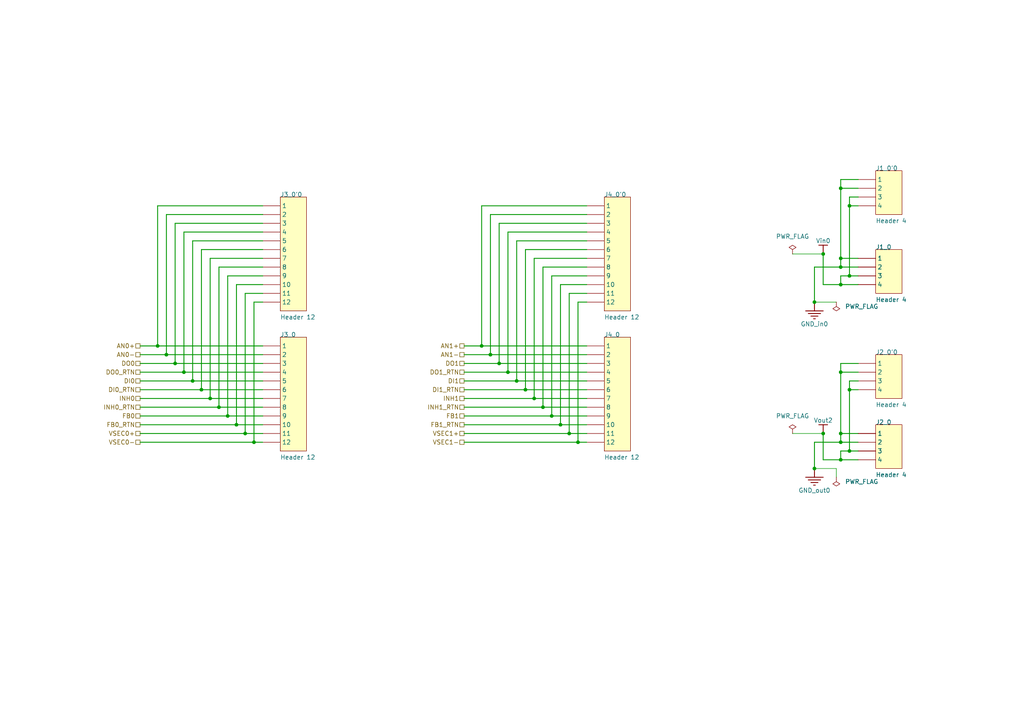
<source format=kicad_sch>
(kicad_sch (version 20211123) (generator eeschema)
  (paper "A4")
  (title_block (title "CAT-Modular Breadboard Breakout Board") (date "16.12.2021") (rev "0.1") (company "DLR e.V. Robert-Hooke Str. 7 28359 Bremen") (comment 1 "C. Strowik"))
  (lib_symbols
    (symbol "03_CAT-BB-PWR-altium-import:0_Header 12"
      (property "Value" "0_Header 12" (at 0 0 0))
      (symbol "0_Header 12_1_0"
        (rectangle (start 7.62 0) (end 0 -33.02) (fill (type background)))
        (pin passive line (at -5.08 -2.54 0) (length 5.08) (name "1") (number "1"))
        (pin passive line (at -5.08 -25.4 0) (length 5.08) (name "10") (number "10"))
        (pin passive line (at -5.08 -27.94 0) (length 5.08) (name "11") (number "11"))
        (pin passive line (at -5.08 -30.48 0) (length 5.08) (name "12") (number "12"))
        (pin passive line (at -5.08 -5.08 0) (length 5.08) (name "2") (number "2"))
        (pin passive line (at -5.08 -7.62 0) (length 5.08) (name "3") (number "3"))
        (pin passive line (at -5.08 -10.16 0) (length 5.08) (name "4") (number "4"))
        (pin passive line (at -5.08 -12.7 0) (length 5.08) (name "5") (number "5"))
        (pin passive line (at -5.08 -15.24 0) (length 5.08) (name "6") (number "6"))
        (pin passive line (at -5.08 -17.78 0) (length 5.08) (name "7") (number "7"))
        (pin passive line (at -5.08 -20.32 0) (length 5.08) (name "8") (number "8"))
        (pin passive line (at -5.08 -22.86 0) (length 5.08) (name "9") (number "9"))
      )
    )
    (symbol "03_CAT-BB-PWR-altium-import:0_Header 4"
      (property "Value" "0_Header 4" (at 0 0 0))
      (symbol "0_Header 4_1_0"
        (rectangle (start 7.62 0) (end 0 -12.7) (fill (type background)))
        (pin passive line (at -5.08 -2.54 0) (length 5.08) (name "1") (number "1"))
        (pin passive line (at -5.08 -5.08 0) (length 5.08) (name "2") (number "2"))
        (pin passive line (at -5.08 -7.62 0) (length 5.08) (name "3") (number "3"))
        (pin passive line (at -5.08 -10.16 0) (length 5.08) (name "4") (number "4"))
      )
    )
    (symbol "03_CAT-BB-PWR-altium-import:GND_in0" (power)
      (property "Reference" "#PWR" (at 0 0 0))
      (property "Value" "GND_in0" (at 0 6.35 0))
      (symbol "GND_in0_0_0"
        (polyline (pts (xy -2.54 -2.54) (xy 2.54 -2.54)) (stroke (width 0.254)))
        (polyline (pts (xy -1.778 -3.302) (xy 1.778 -3.302)) (stroke (width 0.254)))
        (polyline (pts (xy -1.016 -4.064) (xy 1.016 -4.064)) (stroke (width 0.254)))
        (polyline (pts (xy -0.254 -4.826) (xy 0.254 -4.826)) (stroke (width 0.254)))
        (polyline (pts (xy 0 0) (xy 0 -2.54)) (stroke (width 0.254)))
        (pin power_in line (at 0 0 0) (length 0) hide (name "GND_in0") (number ""))
      )
    )
    (symbol "03_CAT-BB-PWR-altium-import:GND_out0" (power)
      (property "Reference" "#PWR" (at 0 0 0))
      (property "Value" "GND_out0" (at 0 6.35 0))
      (symbol "GND_out0_0_0"
        (polyline (pts (xy -2.54 -2.54) (xy 2.54 -2.54)) (stroke (width 0.254)))
        (polyline (pts (xy -1.778 -3.302) (xy 1.778 -3.302)) (stroke (width 0.254)))
        (polyline (pts (xy -1.016 -4.064) (xy 1.016 -4.064)) (stroke (width 0.254)))
        (polyline (pts (xy -0.254 -4.826) (xy 0.254 -4.826)) (stroke (width 0.254)))
        (polyline (pts (xy 0 0) (xy 0 -2.54)) (stroke (width 0.254)))
        (pin power_in line (at 0 0 0) (length 0) hide (name "GND_out0") (number ""))
      )
    )
    (symbol "03_CAT-BB-PWR-altium-import:Vin0" (power)
      (property "Reference" "#PWR" (at 0 0 0))
      (property "Value" "Vin0" (at 0 3.81 0))
      (symbol "Vin0_0_0"
        (polyline (pts (xy -1.27 -2.54) (xy 1.27 -2.54)) (stroke (width 0.254)))
        (polyline (pts (xy 0 0) (xy 0 -2.54)) (stroke (width 0.254)))
        (pin power_in line (at 0 0 0) (length 0) hide (name "Vin0") (number ""))
      )
    )
    (symbol "03_CAT-BB-PWR-altium-import:Vout2" (power)
      (property "Reference" "#PWR" (at 0 0 0))
      (property "Value" "Vout2" (at 0 3.81 0))
      (symbol "Vout2_0_0"
        (polyline (pts (xy -1.27 -2.54) (xy 1.27 -2.54)) (stroke (width 0.254)))
        (polyline (pts (xy 0 0) (xy 0 -2.54)) (stroke (width 0.254)))
        (pin power_in line (at 0 0 0) (length 0) hide (name "Vout2") (number ""))
      )
    )
    (symbol "power:PWR_FLAG" (power) (pin_numbers hide) (pin_names (offset 0) hide)
      (property "Value" "PWR_FLAG" (at 0 3.81 0))
      (symbol "PWR_FLAG_0_0"
        (pin power_out line (at 0 0 90) (length 0) (name "pwr") (number "1"))
      )
      (symbol "PWR_FLAG_0_1"
        (polyline (pts (xy 0 0) (xy 0 1.27) (xy -1.016 1.905) (xy 0 2.54) (xy 1.016 1.905) (xy 0 1.27)))
      )
    )
  )
  (junction (at 60.96 115.57))
  (junction (at 238.76 73.66))
  (junction (at 246.38 59.69))
  (junction (at 157.48 118.11))
  (junction (at 149.86 110.49))
  (junction (at 58.42 113.03))
  (junction (at 165.1 125.73))
  (junction (at 63.5 118.11))
  (junction (at 236.22 87.63))
  (junction (at 48.26 102.87))
  (junction (at 66.04 120.65))
  (junction (at 152.4 113.03))
  (junction (at 243.84 54.61))
  (junction (at 243.84 82.55))
  (junction (at 147.32 107.95))
  (junction (at 243.84 77.47))
  (junction (at 71.12 125.73))
  (junction (at 246.38 130.81))
  (junction (at 236.22 135.89))
  (junction (at 243.84 125.73))
  (junction (at 243.84 107.95))
  (junction (at 45.72 100.33))
  (junction (at 144.78 105.41))
  (junction (at 154.94 115.57))
  (junction (at 167.64 128.27))
  (junction (at 238.76 125.73))
  (junction (at 160.02 120.65))
  (junction (at 243.84 128.27))
  (junction (at 243.84 133.35))
  (junction (at 68.58 123.19))
  (junction (at 243.84 74.93))
  (junction (at 139.7 100.33))
  (junction (at 53.34 107.95))
  (junction (at 73.66 128.27))
  (junction (at 246.38 80.01))
  (junction (at 162.56 123.19))
  (junction (at 50.8 105.41))
  (junction (at 142.24 102.87))
  (junction (at 55.88 110.49))
  (junction (at 246.38 113.03))
  (wire (pts (xy 73.66 87.63) (xy 73.66 128.27)) (stroke (width 0.254)))
  (wire (pts (xy 170.18 82.55) (xy 162.56 82.55)) (stroke (width 0.254)))
  (wire (pts (xy 170.18 74.93) (xy 154.94 74.93)) (stroke (width 0.254)))
  (wire (pts (xy 246.38 57.15) (xy 246.38 59.69)) (stroke (width 0.254)))
  (wire (pts (xy 162.56 82.55) (xy 162.56 123.19)) (stroke (width 0.254)))
  (wire (pts (xy 53.34 107.95) (xy 40.64 107.95)) (stroke (width 0.254)))
  (wire (pts (xy 246.38 59.69) (xy 246.38 80.01)) (stroke (width 0.254)))
  (wire (pts (xy 170.18 62.23) (xy 142.24 62.23)) (stroke (width 0.254)))
  (wire (pts (xy 76.2 85.09) (xy 71.12 85.09)) (stroke (width 0.254)))
  (wire (pts (xy 248.92 57.15) (xy 246.38 57.15)) (stroke (width 0.254)))
  (wire (pts (xy 246.38 130.81) (xy 243.84 130.81)) (stroke (width 0.254)))
  (wire (pts (xy 160.02 80.01) (xy 160.02 120.65)) (stroke (width 0.254)))
  (wire (pts (xy 170.18 105.41) (xy 144.78 105.41)) (stroke (width 0.254)))
  (wire (pts (xy 246.38 110.49) (xy 246.38 113.03)) (stroke (width 0.254)))
  (wire (pts (xy 170.18 118.11) (xy 157.48 118.11)) (stroke (width 0.254)))
  (wire (pts (xy 248.92 128.27) (xy 243.84 128.27)) (stroke (width 0.254)))
  (wire (pts (xy 160.02 120.65) (xy 134.62 120.65)) (stroke (width 0.254)))
  (wire (pts (xy 154.94 74.93) (xy 154.94 115.57)) (stroke (width 0.254)))
  (wire (pts (xy 76.2 120.65) (xy 66.04 120.65)) (stroke (width 0.254)))
  (wire (pts (xy 248.92 82.55) (xy 243.84 82.55)) (stroke (width 0.254)))
  (wire (pts (xy 45.72 100.33) (xy 40.64 100.33)) (stroke (width 0.254)))
  (wire (pts (xy 48.26 62.23) (xy 48.26 102.87)) (stroke (width 0.254)))
  (wire (pts (xy 76.2 102.87) (xy 48.26 102.87)) (stroke (width 0.254)))
  (wire (pts (xy 236.22 135.89) (xy 242.57 135.89)))
  (wire (pts (xy 170.18 64.77) (xy 144.78 64.77)) (stroke (width 0.254)))
  (wire (pts (xy 170.18 115.57) (xy 154.94 115.57)) (stroke (width 0.254)))
  (wire (pts (xy 76.2 64.77) (xy 50.8 64.77)) (stroke (width 0.254)))
  (wire (pts (xy 242.57 135.89) (xy 242.57 138.43)))
  (wire (pts (xy 76.2 69.85) (xy 55.88 69.85)) (stroke (width 0.254)))
  (wire (pts (xy 165.1 125.73) (xy 134.62 125.73)) (stroke (width 0.254)))
  (wire (pts (xy 50.8 64.77) (xy 50.8 105.41)) (stroke (width 0.254)))
  (wire (pts (xy 76.2 82.55) (xy 68.58 82.55)) (stroke (width 0.254)))
  (wire (pts (xy 170.18 120.65) (xy 160.02 120.65)) (stroke (width 0.254)))
  (wire (pts (xy 248.92 74.93) (xy 243.84 74.93)) (stroke (width 0.254)))
  (wire (pts (xy 142.24 62.23) (xy 142.24 102.87)) (stroke (width 0.254)))
  (wire (pts (xy 154.94 115.57) (xy 134.62 115.57)) (stroke (width 0.254)))
  (wire (pts (xy 248.92 107.95) (xy 243.84 107.95)) (stroke (width 0.254)))
  (wire (pts (xy 66.04 120.65) (xy 40.64 120.65)) (stroke (width 0.254)))
  (wire (pts (xy 236.22 77.47) (xy 236.22 87.63)) (stroke (width 0.254)))
  (wire (pts (xy 243.84 80.01) (xy 243.84 82.55)) (stroke (width 0.254)))
  (wire (pts (xy 170.18 123.19) (xy 162.56 123.19)) (stroke (width 0.254)))
  (wire (pts (xy 170.18 85.09) (xy 165.1 85.09)) (stroke (width 0.254)))
  (wire (pts (xy 149.86 110.49) (xy 134.62 110.49)) (stroke (width 0.254)))
  (wire (pts (xy 152.4 72.39) (xy 152.4 113.03)) (stroke (width 0.254)))
  (wire (pts (xy 243.84 82.55) (xy 238.76 82.55)) (stroke (width 0.254)))
  (wire (pts (xy 76.2 113.03) (xy 58.42 113.03)) (stroke (width 0.254)))
  (wire (pts (xy 60.96 74.93) (xy 60.96 115.57)) (stroke (width 0.254)))
  (wire (pts (xy 248.92 77.47) (xy 243.84 77.47)) (stroke (width 0.254)))
  (wire (pts (xy 229.87 125.73) (xy 238.76 125.73)))
  (wire (pts (xy 139.7 59.69) (xy 139.7 100.33)) (stroke (width 0.254)))
  (wire (pts (xy 170.18 113.03) (xy 152.4 113.03)) (stroke (width 0.254)))
  (wire (pts (xy 243.84 105.41) (xy 243.84 107.95)) (stroke (width 0.254)))
  (wire (pts (xy 76.2 87.63) (xy 73.66 87.63)) (stroke (width 0.254)))
  (wire (pts (xy 243.84 133.35) (xy 238.76 133.35)) (stroke (width 0.254)))
  (wire (pts (xy 76.2 77.47) (xy 63.5 77.47)) (stroke (width 0.254)))
  (wire (pts (xy 248.92 110.49) (xy 246.38 110.49)) (stroke (width 0.254)))
  (wire (pts (xy 248.92 80.01) (xy 246.38 80.01)) (stroke (width 0.254)))
  (wire (pts (xy 73.66 128.27) (xy 40.64 128.27)) (stroke (width 0.254)))
  (wire (pts (xy 170.18 100.33) (xy 139.7 100.33)) (stroke (width 0.254)))
  (wire (pts (xy 246.38 113.03) (xy 246.38 130.81)) (stroke (width 0.254)))
  (wire (pts (xy 248.92 133.35) (xy 243.84 133.35)) (stroke (width 0.254)))
  (wire (pts (xy 55.88 69.85) (xy 55.88 110.49)) (stroke (width 0.254)))
  (wire (pts (xy 58.42 113.03) (xy 40.64 113.03)) (stroke (width 0.254)))
  (wire (pts (xy 248.92 59.69) (xy 246.38 59.69)) (stroke (width 0.254)))
  (wire (pts (xy 76.2 62.23) (xy 48.26 62.23)) (stroke (width 0.254)))
  (wire (pts (xy 248.92 52.07) (xy 243.84 52.07)) (stroke (width 0.254)))
  (wire (pts (xy 170.18 80.01) (xy 160.02 80.01)) (stroke (width 0.254)))
  (wire (pts (xy 68.58 82.55) (xy 68.58 123.19)) (stroke (width 0.254)))
  (wire (pts (xy 162.56 123.19) (xy 134.62 123.19)) (stroke (width 0.254)))
  (wire (pts (xy 76.2 74.93) (xy 60.96 74.93)) (stroke (width 0.254)))
  (wire (pts (xy 248.92 105.41) (xy 243.84 105.41)) (stroke (width 0.254)))
  (wire (pts (xy 50.8 105.41) (xy 40.64 105.41)) (stroke (width 0.254)))
  (wire (pts (xy 170.18 69.85) (xy 149.86 69.85)) (stroke (width 0.254)))
  (wire (pts (xy 170.18 72.39) (xy 152.4 72.39)) (stroke (width 0.254)))
  (wire (pts (xy 53.34 67.31) (xy 53.34 107.95)) (stroke (width 0.254)))
  (wire (pts (xy 170.18 77.47) (xy 157.48 77.47)) (stroke (width 0.254)))
  (wire (pts (xy 238.76 82.55) (xy 238.76 73.66)) (stroke (width 0.254)))
  (wire (pts (xy 144.78 105.41) (xy 134.62 105.41)) (stroke (width 0.254)))
  (wire (pts (xy 76.2 118.11) (xy 63.5 118.11)) (stroke (width 0.254)))
  (wire (pts (xy 248.92 54.61) (xy 243.84 54.61)) (stroke (width 0.254)))
  (wire (pts (xy 243.84 77.47) (xy 236.22 77.47)) (stroke (width 0.254)))
  (wire (pts (xy 45.72 59.69) (xy 45.72 100.33)) (stroke (width 0.254)))
  (wire (pts (xy 76.2 125.73) (xy 71.12 125.73)) (stroke (width 0.254)))
  (wire (pts (xy 170.18 102.87) (xy 142.24 102.87)) (stroke (width 0.254)))
  (wire (pts (xy 142.24 102.87) (xy 134.62 102.87)) (stroke (width 0.254)))
  (wire (pts (xy 243.84 107.95) (xy 243.84 125.73)) (stroke (width 0.254)))
  (wire (pts (xy 60.96 115.57) (xy 40.64 115.57)) (stroke (width 0.254)))
  (wire (pts (xy 238.76 133.35) (xy 238.76 125.73)) (stroke (width 0.254)))
  (wire (pts (xy 147.32 107.95) (xy 134.62 107.95)) (stroke (width 0.254)))
  (wire (pts (xy 63.5 118.11) (xy 40.64 118.11)) (stroke (width 0.254)))
  (wire (pts (xy 76.2 100.33) (xy 45.72 100.33)) (stroke (width 0.254)))
  (wire (pts (xy 170.18 87.63) (xy 167.64 87.63)) (stroke (width 0.254)))
  (wire (pts (xy 63.5 77.47) (xy 63.5 118.11)) (stroke (width 0.254)))
  (wire (pts (xy 170.18 67.31) (xy 147.32 67.31)) (stroke (width 0.254)))
  (wire (pts (xy 76.2 107.95) (xy 53.34 107.95)) (stroke (width 0.254)))
  (wire (pts (xy 58.42 72.39) (xy 58.42 113.03)) (stroke (width 0.254)))
  (wire (pts (xy 170.18 125.73) (xy 165.1 125.73)) (stroke (width 0.254)))
  (wire (pts (xy 243.84 130.81) (xy 243.84 133.35)) (stroke (width 0.254)))
  (wire (pts (xy 76.2 128.27) (xy 73.66 128.27)) (stroke (width 0.254)))
  (wire (pts (xy 243.84 52.07) (xy 243.84 54.61)) (stroke (width 0.254)))
  (wire (pts (xy 167.64 128.27) (xy 134.62 128.27)) (stroke (width 0.254)))
  (wire (pts (xy 243.84 125.73) (xy 243.84 128.27)) (stroke (width 0.254)))
  (wire (pts (xy 68.58 123.19) (xy 40.64 123.19)) (stroke (width 0.254)))
  (wire (pts (xy 248.92 113.03) (xy 246.38 113.03)) (stroke (width 0.254)))
  (wire (pts (xy 76.2 67.31) (xy 53.34 67.31)) (stroke (width 0.254)))
  (wire (pts (xy 236.22 87.63) (xy 242.57 87.63)))
  (wire (pts (xy 149.86 69.85) (xy 149.86 110.49)) (stroke (width 0.254)))
  (wire (pts (xy 144.78 64.77) (xy 144.78 105.41)) (stroke (width 0.254)))
  (wire (pts (xy 76.2 72.39) (xy 58.42 72.39)) (stroke (width 0.254)))
  (wire (pts (xy 71.12 125.73) (xy 40.64 125.73)) (stroke (width 0.254)))
  (wire (pts (xy 236.22 128.27) (xy 236.22 135.89)) (stroke (width 0.254)))
  (wire (pts (xy 152.4 113.03) (xy 134.62 113.03)) (stroke (width 0.254)))
  (wire (pts (xy 165.1 85.09) (xy 165.1 125.73)) (stroke (width 0.254)))
  (wire (pts (xy 76.2 80.01) (xy 66.04 80.01)) (stroke (width 0.254)))
  (wire (pts (xy 76.2 115.57) (xy 60.96 115.57)) (stroke (width 0.254)))
  (wire (pts (xy 170.18 107.95) (xy 147.32 107.95)) (stroke (width 0.254)))
  (wire (pts (xy 248.92 130.81) (xy 246.38 130.81)) (stroke (width 0.254)))
  (wire (pts (xy 229.87 73.66) (xy 238.76 73.66)))
  (wire (pts (xy 48.26 102.87) (xy 40.64 102.87)) (stroke (width 0.254)))
  (wire (pts (xy 243.84 74.93) (xy 243.84 77.47)) (stroke (width 0.254)))
  (wire (pts (xy 76.2 59.69) (xy 45.72 59.69)) (stroke (width 0.254)))
  (wire (pts (xy 66.04 80.01) (xy 66.04 120.65)) (stroke (width 0.254)))
  (wire (pts (xy 243.84 54.61) (xy 243.84 74.93)) (stroke (width 0.254)))
  (wire (pts (xy 76.2 105.41) (xy 50.8 105.41)) (stroke (width 0.254)))
  (wire (pts (xy 157.48 118.11) (xy 134.62 118.11)) (stroke (width 0.254)))
  (wire (pts (xy 170.18 110.49) (xy 149.86 110.49)) (stroke (width 0.254)))
  (wire (pts (xy 55.88 110.49) (xy 40.64 110.49)) (stroke (width 0.254)))
  (wire (pts (xy 243.84 128.27) (xy 236.22 128.27)) (stroke (width 0.254)))
  (wire (pts (xy 246.38 80.01) (xy 243.84 80.01)) (stroke (width 0.254)))
  (wire (pts (xy 76.2 123.19) (xy 68.58 123.19)) (stroke (width 0.254)))
  (wire (pts (xy 157.48 77.47) (xy 157.48 118.11)) (stroke (width 0.254)))
  (wire (pts (xy 170.18 59.69) (xy 139.7 59.69)) (stroke (width 0.254)))
  (wire (pts (xy 170.18 128.27) (xy 167.64 128.27)) (stroke (width 0.254)))
  (wire (pts (xy 167.64 87.63) (xy 167.64 128.27)) (stroke (width 0.254)))
  (wire (pts (xy 76.2 110.49) (xy 55.88 110.49)) (stroke (width 0.254)))
  (wire (pts (xy 139.7 100.33) (xy 134.62 100.33)) (stroke (width 0.254)))
  (wire (pts (xy 147.32 67.31) (xy 147.32 107.95)) (stroke (width 0.254)))
  (wire (pts (xy 248.92 125.73) (xy 243.84 125.73)) (stroke (width 0.254)))
  (wire (pts (xy 71.12 85.09) (xy 71.12 125.73)) (stroke (width 0.254)))
  (hierarchical_label "DO1_RTN" (shape passive) (at 134.62 107.95 180))
  (hierarchical_label "INH0" (shape passive) (at 40.64 115.57 180))
  (hierarchical_label "AN0-" (shape passive) (at 40.64 102.87 180))
  (hierarchical_label "AN0+" (shape passive) (at 40.64 100.33 180))
  (hierarchical_label "DO0_RTN" (shape passive) (at 40.64 107.95 180))
  (hierarchical_label "DO0" (shape passive) (at 40.64 105.41 180))
  (hierarchical_label "VSEC1-" (shape passive) (at 134.62 128.27 180))
  (hierarchical_label "FB0" (shape passive) (at 40.64 120.65 180))
  (hierarchical_label "DI0" (shape passive) (at 40.64 110.49 180))
  (hierarchical_label "VSEC1+" (shape passive) (at 134.62 125.73 180))
  (hierarchical_label "DI1_RTN" (shape passive) (at 134.62 113.03 180))
  (hierarchical_label "INH0_RTN" (shape passive) (at 40.64 118.11 180))
  (hierarchical_label "INH1" (shape passive) (at 134.62 115.57 180))
  (hierarchical_label "FB1_RTN" (shape passive) (at 134.62 123.19 180))
  (hierarchical_label "INH1_RTN" (shape passive) (at 134.62 118.11 180))
  (hierarchical_label "DO1" (shape passive) (at 134.62 105.41 180))
  (hierarchical_label "FB0_RTN" (shape passive) (at 40.64 123.19 180))
  (hierarchical_label "VSEC0+" (shape passive) (at 40.64 125.73 180))
  (hierarchical_label "AN1+" (shape passive) (at 134.62 100.33 180))
  (hierarchical_label "AN1-" (shape passive) (at 134.62 102.87 180))
  (hierarchical_label "VSEC0-" (shape passive) (at 40.64 128.27 180))
  (hierarchical_label "DI0_RTN" (shape passive) (at 40.64 113.03 180))
  (hierarchical_label "FB1" (shape passive) (at 134.62 120.65 180))
  (hierarchical_label "DI1" (shape passive) (at 134.62 110.49 180))
  (symbol (lib_id "03_CAT-BB-PWR-altium-import:0_Header 12") (at 175.26 57.15 0) (unit 1)
    (property "Reference" "J4_0'0" (at 175.26 57.15 0) (effects (justify left bottom)))
    (property "Value" "Header 12" (at 175.26 92.71 0) (effects (justify left bottom)))
    (property "Footprint" "Connector_PinHeader_2.54mm:PinHeader_1x12_P2.54mm_Vertical" (effects hide))
    (property "LATESTREVISIONDATE" "17-Jul-2002" (effects hide))
    (property "LATESTREVISIONNOTE" "Re-released for DXP Platform." (effects hide))
    (property "PUBLISHER" "Altium Limited" (effects hide))
  )
  (symbol (lib_id "power:PWR_FLAG") (at 242.57 87.63 180) (unit 1)
    (property "Reference" "#FLG0103" (effects hide))
    (property "Value" "PWR_FLAG" (at 245.11 88.8999 0) (effects (justify right)))
  )
  (symbol (lib_id "03_CAT-BB-PWR-altium-import:0_Header 4") (at 254 49.53 0) (unit 1)
    (property "Reference" "J1_0'0" (at 254 49.53 0) (effects (justify left bottom)))
    (property "Value" "Header 4" (at 254 64.77 0) (effects (justify left bottom)))
    (property "Footprint" "Connector_PinHeader_2.54mm:PinHeader_1x04_P2.54mm_Vertical" (effects hide))
    (property "LATESTREVISIONDATE" "17-Jul-2002" (effects hide))
    (property "LATESTREVISIONNOTE" "Re-released for DXP Platform." (effects hide))
    (property "PUBLISHER" "Altium Limited" (effects hide))
  )
  (symbol (lib_id "03_CAT-BB-PWR-altium-import:0_Header 12") (at 175.26 97.79 0) (unit 1)
    (property "Reference" "J4_0" (at 175.26 97.79 0) (effects (justify left bottom)))
    (property "Value" "Header 12" (at 175.26 133.35 0) (effects (justify left bottom)))
    (property "Footprint" "Connector_PinHeader_2.54mm:PinHeader_1x12_P2.54mm_Vertical" (effects hide))
    (property "LATESTREVISIONDATE" "17-Jul-2002" (effects hide))
    (property "LATESTREVISIONNOTE" "Re-released for DXP Platform." (effects hide))
    (property "PUBLISHER" "Altium Limited" (effects hide))
  )
  (symbol (lib_id "03_CAT-BB-PWR-altium-import:0_Header 4") (at 254 102.87 0) (unit 1)
    (property "Reference" "J2_0'0" (at 254 102.87 0) (effects (justify left bottom)))
    (property "Value" "Header 4" (at 254 118.11 0) (effects (justify left bottom)))
    (property "Footprint" "Connector_PinHeader_2.54mm:PinHeader_1x04_P2.54mm_Vertical" (effects hide))
    (property "LATESTREVISIONDATE" "17-Jul-2002" (effects hide))
    (property "LATESTREVISIONNOTE" "Re-released for DXP Platform." (effects hide))
    (property "PUBLISHER" "Altium Limited" (effects hide))
  )
  (symbol (lib_id "03_CAT-BB-PWR-altium-import:0_Header 12") (at 81.28 57.15 0) (unit 1)
    (property "Reference" "J3_0'0" (at 81.28 57.15 0) (effects (justify left bottom)))
    (property "Value" "Header 12" (at 81.28 92.71 0) (effects (justify left bottom)))
    (property "Footprint" "Connector_PinHeader_2.54mm:PinHeader_1x12_P2.54mm_Vertical" (effects hide))
    (property "LATESTREVISIONDATE" "17-Jul-2002" (effects hide))
    (property "LATESTREVISIONNOTE" "Re-released for DXP Platform." (effects hide))
    (property "PUBLISHER" "Altium Limited" (effects hide))
  )
  (symbol (lib_id "03_CAT-BB-PWR-altium-import:0_Header 4") (at 254 72.39 0) (unit 1)
    (property "Reference" "J1_0" (at 254 72.39 0) (effects (justify left bottom)))
    (property "Value" "Header 4" (at 254 87.63 0) (effects (justify left bottom)))
    (property "Footprint" "Connector_PinHeader_2.54mm:PinHeader_1x04_P2.54mm_Vertical" (effects hide))
    (property "LATESTREVISIONDATE" "17-Jul-2002" (effects hide))
    (property "LATESTREVISIONNOTE" "Re-released for DXP Platform." (effects hide))
    (property "PUBLISHER" "Altium Limited" (effects hide))
  )
  (symbol (lib_id "03_CAT-BB-PWR-altium-import:Vin0") (at 238.76 73.66 180) (unit 1)
    (property "Reference" "#PWR015" (effects hide))
    (property "Value" "Vin0" (at 238.76 69.85 0))
  )
  (symbol (lib_id "power:PWR_FLAG") (at 229.87 73.66 0) (unit 1)
    (property "Reference" "#FLG0101" (effects hide))
    (property "Value" "PWR_FLAG" (at 229.87 68.58 0))
  )
  (symbol (lib_id "03_CAT-BB-PWR-altium-import:GND_out0") (at 236.22 135.89 0) (unit 1)
    (property "Reference" "#PWR014" (effects hide))
    (property "Value" "GND_out0" (at 236.22 142.24 0))
  )
  (symbol (lib_id "power:PWR_FLAG") (at 242.57 138.43 180) (unit 1)
    (property "Reference" "#FLG0104" (effects hide))
    (property "Value" "PWR_FLAG" (at 245.11 139.6999 0) (effects (justify right)))
  )
  (symbol (lib_id "03_CAT-BB-PWR-altium-import:0_Header 12") (at 81.28 97.79 0) (unit 1)
    (property "Reference" "J3_0" (at 81.28 97.79 0) (effects (justify left bottom)))
    (property "Value" "Header 12" (at 81.28 133.35 0) (effects (justify left bottom)))
    (property "Footprint" "Connector_PinHeader_2.54mm:PinHeader_1x12_P2.54mm_Vertical" (effects hide))
    (property "LATESTREVISIONDATE" "17-Jul-2002" (effects hide))
    (property "LATESTREVISIONNOTE" "Re-released for DXP Platform." (effects hide))
    (property "PUBLISHER" "Altium Limited" (effects hide))
  )
  (symbol (lib_id "03_CAT-BB-PWR-altium-import:Vout2") (at 238.76 125.73 180) (unit 1)
    (property "Reference" "#PWR016" (effects hide))
    (property "Value" "Vout2" (at 238.76 121.92 0))
  )
  (symbol (lib_id "power:PWR_FLAG") (at 229.87 125.73 0) (unit 1)
    (property "Reference" "#FLG0102" (effects hide))
    (property "Value" "PWR_FLAG" (at 229.87 120.65 0))
  )
  (symbol (lib_id "03_CAT-BB-PWR-altium-import:0_Header 4") (at 254 123.19 0) (unit 1)
    (property "Reference" "J2_0" (at 254 123.19 0) (effects (justify left bottom)))
    (property "Value" "Header 4" (at 254 138.43 0) (effects (justify left bottom)))
    (property "Footprint" "Connector_PinHeader_2.54mm:PinHeader_1x04_P2.54mm_Vertical" (effects hide))
    (property "LATESTREVISIONDATE" "17-Jul-2002" (effects hide))
    (property "LATESTREVISIONNOTE" "Re-released for DXP Platform." (effects hide))
    (property "PUBLISHER" "Altium Limited" (effects hide))
  )
  (symbol (lib_id "03_CAT-BB-PWR-altium-import:GND_in0") (at 236.22 87.63 0) (unit 1)
    (property "Reference" "#PWR013" (effects hide))
    (property "Value" "GND_in0" (at 236.22 93.98 0))
  )
)
</source>
